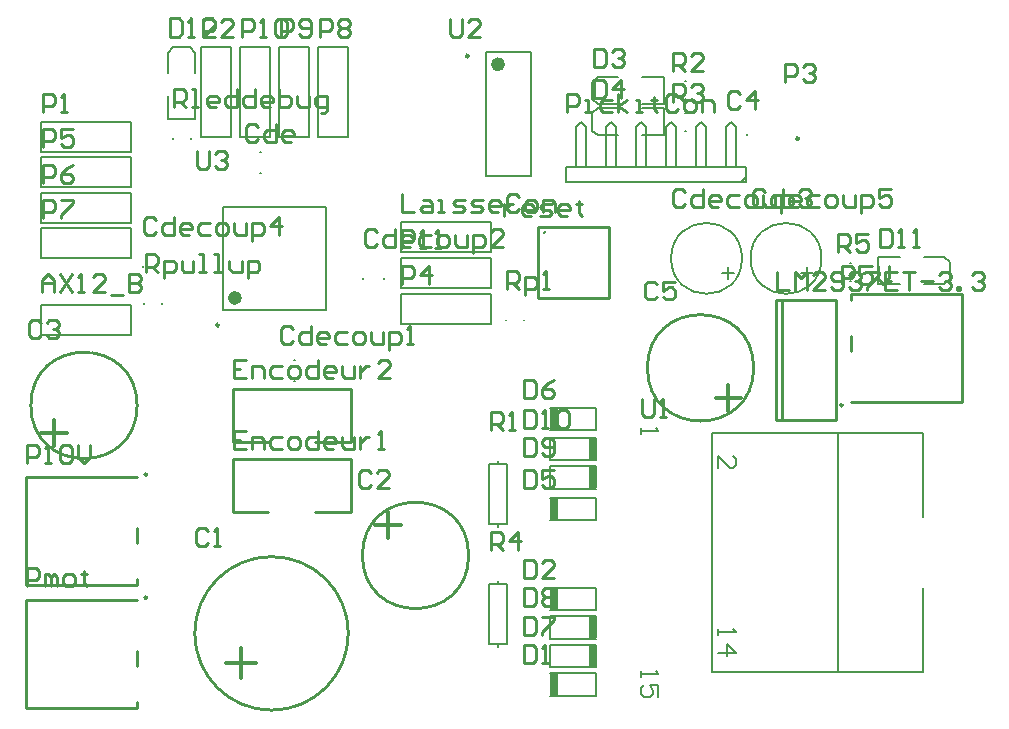
<source format=gto>
%FSLAX42Y42*%
%MOMM*%
G71*
G01*
G75*
G04 Layer_Color=65535*
%ADD10R,1.55X0.90*%
%ADD11R,0.90X1.55*%
%ADD12R,1.50X1.50*%
%ADD13O,2.40X0.35*%
%ADD14R,1.70X1.00*%
%ADD15R,2.35X0.50*%
%ADD16R,2.50X2.35*%
%ADD17R,1.50X1.50*%
%ADD18R,2.10X1.40*%
%ADD19O,1.75X0.55*%
%ADD20O,0.55X1.75*%
%ADD21R,1.00X1.70*%
%ADD22C,0.30*%
%ADD23C,1.30*%
%ADD24C,1.50*%
%ADD25C,1.57*%
%ADD26R,1.57X1.57*%
%ADD27R,1.30X1.30*%
%ADD28C,1.30*%
%ADD29C,2.50*%
%ADD30R,2.50X2.50*%
%ADD31R,1.57X1.57*%
%ADD32C,6.90*%
%ADD33C,1.40*%
%ADD34R,2.50X1.80*%
%ADD35O,2.50X1.80*%
%ADD36C,1.27*%
%ADD37C,0.15*%
%ADD38C,0.25*%
%ADD39C,0.60*%
%ADD40C,0.25*%
%ADD41C,0.20*%
%ADD42C,0.30*%
%ADD43R,0.80X1.90*%
D37*
X18245Y11811D02*
G03*
X18245Y11811I-300J0D01*
G01*
X17572D02*
G03*
X17572Y11811I-300J0D01*
G01*
X12662Y11427D02*
Y11435D01*
X12510Y11427D02*
Y11435D01*
X18488Y11621D02*
X18496D01*
X18488Y11773D02*
X18496D01*
X17091Y12890D02*
X17099D01*
X17091Y13043D02*
X17099D01*
X12903Y12824D02*
Y12832D01*
X12751Y12824D02*
Y12832D01*
X18123Y11633D02*
Y11735D01*
X18072Y11684D02*
X18174D01*
X17091Y13157D02*
X17099D01*
X17091Y13310D02*
X17099D01*
X17450Y11633D02*
Y11735D01*
X17399Y11684D02*
X17501D01*
X15570Y11286D02*
Y11293D01*
X15723Y11286D02*
Y11293D01*
X17368Y10034D02*
Y10134D01*
X17468Y10034D01*
X17493D01*
X17518Y10059D01*
Y10109D01*
X17493Y10134D01*
X17368Y8672D02*
Y8622D01*
Y8647D01*
X17518D01*
X17493Y8672D01*
X17368Y8472D02*
X17518D01*
X17443Y8547D01*
Y8447D01*
X16715Y8320D02*
Y8270D01*
Y8295D01*
X16865D01*
X16840Y8320D01*
X16865Y8095D02*
Y8195D01*
X16790D01*
X16815Y8145D01*
Y8120D01*
X16790Y8095D01*
X16740D01*
X16715Y8120D01*
Y8170D01*
X16740Y8195D01*
X16715Y10373D02*
Y10323D01*
Y10348D01*
X16865D01*
X16840Y10373D01*
D38*
X15258Y13525D02*
G03*
X15258Y13525I-12J0D01*
G01*
X18054Y12826D02*
G03*
X18054Y12826I-12J0D01*
G01*
X13144Y11246D02*
G03*
X13144Y11246I-12J0D01*
G01*
D39*
X15536Y13455D02*
G03*
X15536Y13455I-30J0D01*
G01*
X13309Y11476D02*
G03*
X13309Y11476I-30J0D01*
G01*
D40*
X15901Y12032D02*
G03*
X15901Y12032I-5J0D01*
G01*
X12534Y8938D02*
G03*
X12534Y8938I-10J0D01*
G01*
X14239Y8636D02*
G03*
X14239Y8636I-650J0D01*
G01*
X18423Y10569D02*
G03*
X18423Y10569I-10J0D01*
G01*
X15258Y9296D02*
G03*
X15258Y9296I-450J0D01*
G01*
X12534Y9980D02*
G03*
X12534Y9980I-10J0D01*
G01*
X12451Y10566D02*
G03*
X12451Y10566I-450J0D01*
G01*
X17671Y10884D02*
G03*
X17671Y10884I-450J0D01*
G01*
X15846Y12076D02*
X16446D01*
Y11476D02*
Y12076D01*
X15846Y11476D02*
X16446D01*
X15846D02*
Y12076D01*
X13259Y10110D02*
X14259D01*
X13259Y9660D02*
X13559D01*
X13259D02*
Y10110D01*
X14259Y9660D02*
Y10110D01*
X13959Y9660D02*
X14259D01*
X13259Y10707D02*
X14259D01*
X13259Y10257D02*
X13559D01*
X13259D02*
Y10707D01*
X14259Y10257D02*
Y10707D01*
X13959Y10257D02*
X14259D01*
X12446Y8357D02*
Y8484D01*
X11506Y8915D02*
X12446D01*
X11506Y8001D02*
Y8915D01*
Y8001D02*
X12446D01*
Y8052D01*
X18491Y11024D02*
Y11151D01*
Y10592D02*
X19431D01*
Y11506D01*
X18491D02*
X19431D01*
X18491Y11455D02*
Y11506D01*
X12446Y9398D02*
Y9525D01*
X11506Y9957D02*
X12446D01*
X11506Y9042D02*
Y9957D01*
Y9042D02*
X12446D01*
Y9093D01*
X17910Y10439D02*
Y11455D01*
X18364Y10439D02*
Y11455D01*
X17856Y10439D02*
Y11455D01*
X18364D01*
X17856Y10439D02*
X18364D01*
X16988Y13132D02*
Y13284D01*
X17064D01*
X17089Y13259D01*
Y13208D01*
X17064Y13183D01*
X16988D01*
X17038D02*
X17089Y13132D01*
X17140Y13259D02*
X17165Y13284D01*
X17216D01*
X17241Y13259D01*
Y13233D01*
X17216Y13208D01*
X17191D01*
X17216D01*
X17241Y13183D01*
Y13157D01*
X17216Y13132D01*
X17165D01*
X17140Y13157D01*
X12764Y13089D02*
Y13241D01*
X12840D01*
X12865Y13216D01*
Y13165D01*
X12840Y13139D01*
X12764D01*
X12814D02*
X12865Y13089D01*
X12916D02*
X12967D01*
X12941D01*
Y13241D01*
X12916D01*
X13119Y13089D02*
X13068D01*
X13043Y13114D01*
Y13165D01*
X13068Y13190D01*
X13119D01*
X13144Y13165D01*
Y13139D01*
X13043D01*
X13297Y13241D02*
Y13089D01*
X13221D01*
X13195Y13114D01*
Y13165D01*
X13221Y13190D01*
X13297D01*
X13449Y13241D02*
Y13089D01*
X13373D01*
X13348Y13114D01*
Y13165D01*
X13373Y13190D01*
X13449D01*
X13576Y13089D02*
X13525D01*
X13500Y13114D01*
Y13165D01*
X13525Y13190D01*
X13576D01*
X13601Y13165D01*
Y13139D01*
X13500D01*
X13652Y13241D02*
Y13089D01*
X13728D01*
X13754Y13114D01*
Y13139D01*
Y13165D01*
X13728Y13190D01*
X13652D01*
X13805D02*
Y13114D01*
X13830Y13089D01*
X13906D01*
Y13190D01*
X14008Y13038D02*
X14033D01*
X14058Y13063D01*
Y13190D01*
X13982D01*
X13957Y13165D01*
Y13114D01*
X13982Y13089D01*
X14058D01*
X12959Y12720D02*
Y12593D01*
X12984Y12568D01*
X13035D01*
X13061Y12593D01*
Y12720D01*
X13111Y12695D02*
X13137Y12720D01*
X13188D01*
X13213Y12695D01*
Y12669D01*
X13188Y12644D01*
X13162D01*
X13188D01*
X13213Y12619D01*
Y12593D01*
X13188Y12568D01*
X13137D01*
X13111Y12593D01*
X15096Y13839D02*
Y13712D01*
X15122Y13687D01*
X15173D01*
X15198Y13712D01*
Y13839D01*
X15350Y13687D02*
X15249D01*
X15350Y13788D01*
Y13814D01*
X15325Y13839D01*
X15274D01*
X15249Y13814D01*
X16726Y10617D02*
Y10490D01*
X16751Y10465D01*
X16802D01*
X16827Y10490D01*
Y10617D01*
X16878Y10465D02*
X16929D01*
X16904D01*
Y10617D01*
X16878Y10592D01*
X12522Y11692D02*
Y11844D01*
X12598D01*
X12624Y11819D01*
Y11768D01*
X12598Y11742D01*
X12522D01*
X12573D02*
X12624Y11692D01*
X12675Y11641D02*
Y11793D01*
X12751D01*
X12776Y11768D01*
Y11717D01*
X12751Y11692D01*
X12675D01*
X12827Y11793D02*
Y11717D01*
X12852Y11692D01*
X12928D01*
Y11793D01*
X12979Y11692D02*
X13030D01*
X13005D01*
Y11844D01*
X12979D01*
X13106Y11692D02*
X13157D01*
X13132D01*
Y11844D01*
X13106D01*
X13233Y11793D02*
Y11717D01*
X13259Y11692D01*
X13335D01*
Y11793D01*
X13386Y11641D02*
Y11793D01*
X13462D01*
X13487Y11768D01*
Y11717D01*
X13462Y11692D01*
X13386D01*
X15583Y11549D02*
Y11702D01*
X15659D01*
X15684Y11676D01*
Y11626D01*
X15659Y11600D01*
X15583D01*
X15634D02*
X15684Y11549D01*
X15735Y11499D02*
Y11651D01*
X15811D01*
X15837Y11626D01*
Y11575D01*
X15811Y11549D01*
X15735D01*
X15888D02*
X15938D01*
X15913D01*
Y11702D01*
X15888Y11676D01*
X15557Y12268D02*
Y12167D01*
Y12217D01*
X15583Y12243D01*
X15608Y12268D01*
X15634D01*
X15786Y12167D02*
X15735D01*
X15710Y12192D01*
Y12243D01*
X15735Y12268D01*
X15786D01*
X15811Y12243D01*
Y12217D01*
X15710D01*
X15862Y12167D02*
X15938D01*
X15964Y12192D01*
X15938Y12217D01*
X15888D01*
X15862Y12243D01*
X15888Y12268D01*
X15964D01*
X16091Y12167D02*
X16040D01*
X16015Y12192D01*
Y12243D01*
X16040Y12268D01*
X16091D01*
X16116Y12243D01*
Y12217D01*
X16015D01*
X16192Y12294D02*
Y12268D01*
X16167D01*
X16218D01*
X16192D01*
Y12192D01*
X16218Y12167D01*
X18385Y11862D02*
Y12014D01*
X18461D01*
X18486Y11989D01*
Y11938D01*
X18461Y11913D01*
X18385D01*
X18435D02*
X18486Y11862D01*
X18638Y12014D02*
X18537D01*
Y11938D01*
X18588Y11963D01*
X18613D01*
X18638Y11938D01*
Y11887D01*
X18613Y11862D01*
X18562D01*
X18537Y11887D01*
X15447Y9338D02*
Y9491D01*
X15523D01*
X15549Y9465D01*
Y9414D01*
X15523Y9389D01*
X15447D01*
X15498D02*
X15549Y9338D01*
X15676D02*
Y9491D01*
X15599Y9414D01*
X15701D01*
X16988Y13399D02*
Y13551D01*
X17064D01*
X17089Y13525D01*
Y13475D01*
X17064Y13449D01*
X16988D01*
X17038D02*
X17089Y13399D01*
X17241D02*
X17140D01*
X17241Y13500D01*
Y13525D01*
X17216Y13551D01*
X17165D01*
X17140Y13525D01*
X15446Y10356D02*
Y10508D01*
X15522D01*
X15547Y10483D01*
Y10432D01*
X15522Y10406D01*
X15446D01*
X15497D02*
X15547Y10356D01*
X15598D02*
X15649D01*
X15623D01*
Y10508D01*
X15598Y10483D01*
X11519Y9037D02*
Y9190D01*
X11595D01*
X11620Y9164D01*
Y9113D01*
X11595Y9088D01*
X11519D01*
X11671Y9037D02*
Y9139D01*
X11697D01*
X11722Y9113D01*
Y9037D01*
Y9113D01*
X11747Y9139D01*
X11773Y9113D01*
Y9037D01*
X11849D02*
X11900D01*
X11925Y9063D01*
Y9113D01*
X11900Y9139D01*
X11849D01*
X11824Y9113D01*
Y9063D01*
X11849Y9037D01*
X12001Y9164D02*
Y9139D01*
X11976D01*
X12027D01*
X12001D01*
Y9063D01*
X12027Y9037D01*
X16093Y13053D02*
Y13205D01*
X16170D01*
X16195Y13180D01*
Y13129D01*
X16170Y13104D01*
X16093D01*
X16246Y13053D02*
X16297D01*
X16271D01*
Y13155D01*
X16246D01*
X16474D02*
X16398D01*
X16373Y13129D01*
Y13078D01*
X16398Y13053D01*
X16474D01*
X16525D02*
Y13205D01*
Y13104D02*
X16601Y13155D01*
X16525Y13104D02*
X16601Y13053D01*
X16677D02*
X16728D01*
X16703D01*
Y13155D01*
X16677D01*
X16830Y13180D02*
Y13155D01*
X16804D01*
X16855D01*
X16830D01*
Y13078D01*
X16855Y13053D01*
X17033Y13180D02*
X17008Y13205D01*
X16957D01*
X16931Y13180D01*
Y13078D01*
X16957Y13053D01*
X17008D01*
X17033Y13078D01*
X17109Y13053D02*
X17160D01*
X17185Y13078D01*
Y13129D01*
X17160Y13155D01*
X17109D01*
X17084Y13129D01*
Y13078D01*
X17109Y13053D01*
X17236D02*
Y13155D01*
X17312D01*
X17338Y13129D01*
Y13053D01*
X14696Y11897D02*
Y12050D01*
X14773D01*
X14798Y12024D01*
Y11974D01*
X14773Y11948D01*
X14696D01*
X14849Y11897D02*
X14900D01*
X14874D01*
Y12050D01*
X14849Y12024D01*
X14976Y11897D02*
X15027D01*
X15001D01*
Y12050D01*
X14976Y12024D01*
X11519Y10079D02*
Y10231D01*
X11595D01*
X11620Y10206D01*
Y10155D01*
X11595Y10130D01*
X11519D01*
X11671Y10079D02*
X11722D01*
X11697D01*
Y10231D01*
X11671Y10206D01*
X11798D02*
X11824Y10231D01*
X11874D01*
X11900Y10206D01*
Y10104D01*
X11874Y10079D01*
X11824D01*
X11798Y10104D01*
Y10206D01*
X11951Y10231D02*
Y10130D01*
X12001Y10079D01*
X12052Y10130D01*
Y10231D01*
X13339Y13687D02*
Y13839D01*
X13415D01*
X13440Y13814D01*
Y13763D01*
X13415Y13738D01*
X13339D01*
X13491Y13687D02*
X13542D01*
X13517D01*
Y13839D01*
X13491Y13814D01*
X13618D02*
X13644Y13839D01*
X13694D01*
X13720Y13814D01*
Y13712D01*
X13694Y13687D01*
X13644D01*
X13618Y13712D01*
Y13814D01*
X13669Y13687D02*
Y13839D01*
X13745D01*
X13771Y13814D01*
Y13763D01*
X13745Y13738D01*
X13669D01*
X13821Y13712D02*
X13847Y13687D01*
X13898D01*
X13923Y13712D01*
Y13814D01*
X13898Y13839D01*
X13847D01*
X13821Y13814D01*
Y13788D01*
X13847Y13763D01*
X13923D01*
X13999Y13687D02*
Y13839D01*
X14075D01*
X14101Y13814D01*
Y13763D01*
X14075Y13738D01*
X13999D01*
X14152Y13814D02*
X14177Y13839D01*
X14228D01*
X14253Y13814D01*
Y13788D01*
X14228Y13763D01*
X14253Y13738D01*
Y13712D01*
X14228Y13687D01*
X14177D01*
X14152Y13712D01*
Y13738D01*
X14177Y13763D01*
X14152Y13788D01*
Y13814D01*
X14177Y13763D02*
X14228D01*
X11651Y12151D02*
Y12304D01*
X11727D01*
X11753Y12278D01*
Y12228D01*
X11727Y12202D01*
X11651D01*
X11803Y12304D02*
X11905D01*
Y12278D01*
X11803Y12177D01*
Y12151D01*
X11651Y12452D02*
Y12604D01*
X11727D01*
X11753Y12579D01*
Y12528D01*
X11727Y12503D01*
X11651D01*
X11905Y12604D02*
X11854Y12579D01*
X11803Y12528D01*
Y12477D01*
X11829Y12452D01*
X11880D01*
X11905Y12477D01*
Y12503D01*
X11880Y12528D01*
X11803D01*
X18415Y11595D02*
Y11747D01*
X18491D01*
X18517Y11722D01*
Y11671D01*
X18491Y11646D01*
X18415D01*
X18669Y11747D02*
X18567D01*
Y11671D01*
X18618Y11697D01*
X18644D01*
X18669Y11671D01*
Y11620D01*
X18644Y11595D01*
X18593D01*
X18567Y11620D01*
X18720Y11747D02*
Y11646D01*
X18770Y11595D01*
X18821Y11646D01*
Y11747D01*
X11651Y12752D02*
Y12905D01*
X11727D01*
X11753Y12879D01*
Y12829D01*
X11727Y12803D01*
X11651D01*
X11905Y12905D02*
X11803D01*
Y12829D01*
X11854Y12854D01*
X11880D01*
X11905Y12829D01*
Y12778D01*
X11880Y12752D01*
X11829D01*
X11803Y12778D01*
X14696Y11593D02*
Y11745D01*
X14773D01*
X14798Y11720D01*
Y11669D01*
X14773Y11643D01*
X14696D01*
X14925Y11593D02*
Y11745D01*
X14849Y11669D01*
X14950D01*
X17940Y13307D02*
Y13459D01*
X18016D01*
X18042Y13434D01*
Y13383D01*
X18016Y13358D01*
X17940D01*
X18092Y13434D02*
X18118Y13459D01*
X18169D01*
X18194Y13434D01*
Y13409D01*
X18169Y13383D01*
X18143D01*
X18169D01*
X18194Y13358D01*
Y13332D01*
X18169Y13307D01*
X18118D01*
X18092Y13332D01*
X13009Y13687D02*
Y13839D01*
X13085D01*
X13110Y13814D01*
Y13763D01*
X13085Y13738D01*
X13009D01*
X13263Y13687D02*
X13161D01*
X13263Y13788D01*
Y13814D01*
X13237Y13839D01*
X13186D01*
X13161Y13814D01*
X11651Y13053D02*
Y13205D01*
X11727D01*
X11753Y13180D01*
Y13129D01*
X11727Y13104D01*
X11651D01*
X11803Y13053D02*
X11854D01*
X11829D01*
Y13205D01*
X11803Y13180D01*
X14696Y12355D02*
Y12202D01*
X14798D01*
X14874Y12304D02*
X14925D01*
X14950Y12278D01*
Y12202D01*
X14874D01*
X14849Y12228D01*
X14874Y12253D01*
X14950D01*
X15001Y12202D02*
X15052D01*
X15027D01*
Y12304D01*
X15001D01*
X15128Y12202D02*
X15204D01*
X15230Y12228D01*
X15204Y12253D01*
X15153D01*
X15128Y12278D01*
X15153Y12304D01*
X15230D01*
X15280Y12202D02*
X15357D01*
X15382Y12228D01*
X15357Y12253D01*
X15306D01*
X15280Y12278D01*
X15306Y12304D01*
X15382D01*
X15509Y12202D02*
X15458D01*
X15433Y12228D01*
Y12278D01*
X15458Y12304D01*
X15509D01*
X15534Y12278D01*
Y12253D01*
X15433D01*
X15687Y12329D02*
X15661Y12355D01*
X15611D01*
X15585Y12329D01*
Y12228D01*
X15611Y12202D01*
X15661D01*
X15687Y12228D01*
X15763Y12202D02*
X15814D01*
X15839Y12228D01*
Y12278D01*
X15814Y12304D01*
X15763D01*
X15738Y12278D01*
Y12228D01*
X15763Y12202D01*
X15890D02*
Y12304D01*
X15966D01*
X15991Y12278D01*
Y12202D01*
X13373Y10947D02*
X13271D01*
Y10795D01*
X13373D01*
X13271Y10871D02*
X13322D01*
X13424Y10795D02*
Y10897D01*
X13500D01*
X13525Y10871D01*
Y10795D01*
X13678Y10897D02*
X13602D01*
X13576Y10871D01*
Y10820D01*
X13602Y10795D01*
X13678D01*
X13754D02*
X13805D01*
X13830Y10820D01*
Y10871D01*
X13805Y10897D01*
X13754D01*
X13729Y10871D01*
Y10820D01*
X13754Y10795D01*
X13982Y10947D02*
Y10795D01*
X13906D01*
X13881Y10820D01*
Y10871D01*
X13906Y10897D01*
X13982D01*
X14109Y10795D02*
X14059D01*
X14033Y10820D01*
Y10871D01*
X14059Y10897D01*
X14109D01*
X14135Y10871D01*
Y10846D01*
X14033D01*
X14186Y10897D02*
Y10820D01*
X14211Y10795D01*
X14287D01*
Y10897D01*
X14338D02*
Y10795D01*
Y10846D01*
X14363Y10871D01*
X14389Y10897D01*
X14414D01*
X14592Y10795D02*
X14490D01*
X14592Y10897D01*
Y10922D01*
X14566Y10947D01*
X14516D01*
X14490Y10922D01*
X13373Y10350D02*
X13271D01*
Y10198D01*
X13373D01*
X13271Y10274D02*
X13322D01*
X13424Y10198D02*
Y10300D01*
X13500D01*
X13525Y10274D01*
Y10198D01*
X13678Y10300D02*
X13602D01*
X13576Y10274D01*
Y10223D01*
X13602Y10198D01*
X13678D01*
X13754D02*
X13805D01*
X13830Y10223D01*
Y10274D01*
X13805Y10300D01*
X13754D01*
X13729Y10274D01*
Y10223D01*
X13754Y10198D01*
X13982Y10350D02*
Y10198D01*
X13906D01*
X13881Y10223D01*
Y10274D01*
X13906Y10300D01*
X13982D01*
X14109Y10198D02*
X14059D01*
X14033Y10223D01*
Y10274D01*
X14059Y10300D01*
X14109D01*
X14135Y10274D01*
Y10249D01*
X14033D01*
X14186Y10300D02*
Y10223D01*
X14211Y10198D01*
X14287D01*
Y10300D01*
X14338D02*
Y10198D01*
Y10249D01*
X14363Y10274D01*
X14389Y10300D01*
X14414D01*
X14490Y10198D02*
X14541D01*
X14516D01*
Y10350D01*
X14490Y10325D01*
X12727Y13842D02*
Y13689D01*
X12803D01*
X12828Y13715D01*
Y13816D01*
X12803Y13842D01*
X12727D01*
X12879Y13689D02*
X12930D01*
X12904D01*
Y13842D01*
X12879Y13816D01*
X13108Y13689D02*
X13006D01*
X13108Y13791D01*
Y13816D01*
X13082Y13842D01*
X13031D01*
X13006Y13816D01*
X18738Y12062D02*
Y11910D01*
X18814D01*
X18839Y11935D01*
Y12037D01*
X18814Y12062D01*
X18738D01*
X18890Y11910D02*
X18941D01*
X18915D01*
Y12062D01*
X18890Y12037D01*
X19017Y11910D02*
X19068D01*
X19042D01*
Y12062D01*
X19017Y12037D01*
X15728Y10531D02*
Y10378D01*
X15804D01*
X15829Y10404D01*
Y10505D01*
X15804Y10531D01*
X15728D01*
X15880Y10378D02*
X15931D01*
X15905D01*
Y10531D01*
X15880Y10505D01*
X16007D02*
X16032Y10531D01*
X16083D01*
X16109Y10505D01*
Y10404D01*
X16083Y10378D01*
X16032D01*
X16007Y10404D01*
Y10505D01*
X15728Y10289D02*
Y10137D01*
X15804D01*
X15829Y10163D01*
Y10264D01*
X15804Y10289D01*
X15728D01*
X15880Y10163D02*
X15905Y10137D01*
X15956D01*
X15982Y10163D01*
Y10264D01*
X15956Y10289D01*
X15905D01*
X15880Y10264D01*
Y10239D01*
X15905Y10213D01*
X15982D01*
X15728Y9019D02*
Y8867D01*
X15804D01*
X15829Y8893D01*
Y8994D01*
X15804Y9019D01*
X15728D01*
X15880Y8994D02*
X15905Y9019D01*
X15956D01*
X15982Y8994D01*
Y8969D01*
X15956Y8943D01*
X15982Y8918D01*
Y8893D01*
X15956Y8867D01*
X15905D01*
X15880Y8893D01*
Y8918D01*
X15905Y8943D01*
X15880Y8969D01*
Y8994D01*
X15905Y8943D02*
X15956D01*
X15728Y8778D02*
Y8626D01*
X15804D01*
X15829Y8651D01*
Y8753D01*
X15804Y8778D01*
X15728D01*
X15880D02*
X15982D01*
Y8753D01*
X15880Y8651D01*
Y8626D01*
X15728Y10785D02*
Y10632D01*
X15804D01*
X15829Y10658D01*
Y10759D01*
X15804Y10785D01*
X15728D01*
X15982D02*
X15931Y10759D01*
X15880Y10709D01*
Y10658D01*
X15905Y10632D01*
X15956D01*
X15982Y10658D01*
Y10683D01*
X15956Y10709D01*
X15880D01*
X15728Y10023D02*
Y9870D01*
X15804D01*
X15829Y9896D01*
Y9997D01*
X15804Y10023D01*
X15728D01*
X15982D02*
X15880D01*
Y9947D01*
X15931Y9972D01*
X15956D01*
X15982Y9947D01*
Y9896D01*
X15956Y9870D01*
X15905D01*
X15880Y9896D01*
X16320Y13320D02*
Y13167D01*
X16396D01*
X16421Y13193D01*
Y13294D01*
X16396Y13320D01*
X16320D01*
X16548Y13167D02*
Y13320D01*
X16472Y13244D01*
X16573D01*
X16320Y13586D02*
Y13434D01*
X16396D01*
X16421Y13459D01*
Y13561D01*
X16396Y13586D01*
X16320D01*
X16472Y13561D02*
X16497Y13586D01*
X16548D01*
X16573Y13561D01*
Y13536D01*
X16548Y13510D01*
X16523D01*
X16548D01*
X16573Y13485D01*
Y13459D01*
X16548Y13434D01*
X16497D01*
X16472Y13459D01*
X15728Y9261D02*
Y9108D01*
X15804D01*
X15829Y9134D01*
Y9235D01*
X15804Y9261D01*
X15728D01*
X15982Y9108D02*
X15880D01*
X15982Y9210D01*
Y9235D01*
X15956Y9261D01*
X15905D01*
X15880Y9235D01*
X15728Y8537D02*
Y8385D01*
X15804D01*
X15829Y8410D01*
Y8511D01*
X15804Y8537D01*
X15728D01*
X15880Y8385D02*
X15931D01*
X15905D01*
Y8537D01*
X15880Y8511D01*
X13477Y12926D02*
X13452Y12951D01*
X13401D01*
X13376Y12926D01*
Y12824D01*
X13401Y12799D01*
X13452D01*
X13477Y12824D01*
X13630Y12951D02*
Y12799D01*
X13553D01*
X13528Y12824D01*
Y12875D01*
X13553Y12901D01*
X13630D01*
X13757Y12799D02*
X13706D01*
X13680Y12824D01*
Y12875D01*
X13706Y12901D01*
X13757D01*
X13782Y12875D01*
Y12850D01*
X13680D01*
X17765Y12372D02*
X17739Y12398D01*
X17689D01*
X17663Y12372D01*
Y12271D01*
X17689Y12245D01*
X17739D01*
X17765Y12271D01*
X17917Y12398D02*
Y12245D01*
X17841D01*
X17816Y12271D01*
Y12322D01*
X17841Y12347D01*
X17917D01*
X18044Y12245D02*
X17993D01*
X17968Y12271D01*
Y12322D01*
X17993Y12347D01*
X18044D01*
X18069Y12322D01*
Y12296D01*
X17968D01*
X18222Y12347D02*
X18146D01*
X18120Y12322D01*
Y12271D01*
X18146Y12245D01*
X18222D01*
X18298D02*
X18349D01*
X18374Y12271D01*
Y12322D01*
X18349Y12347D01*
X18298D01*
X18273Y12322D01*
Y12271D01*
X18298Y12245D01*
X18425Y12347D02*
Y12271D01*
X18450Y12245D01*
X18526D01*
Y12347D01*
X18577Y12195D02*
Y12347D01*
X18653D01*
X18679Y12322D01*
Y12271D01*
X18653Y12245D01*
X18577D01*
X18831Y12398D02*
X18730D01*
Y12322D01*
X18780Y12347D01*
X18806D01*
X18831Y12322D01*
Y12271D01*
X18806Y12245D01*
X18755D01*
X18730Y12271D01*
X12614Y12139D02*
X12588Y12164D01*
X12537D01*
X12512Y12139D01*
Y12037D01*
X12537Y12012D01*
X12588D01*
X12614Y12037D01*
X12766Y12164D02*
Y12012D01*
X12690D01*
X12664Y12037D01*
Y12088D01*
X12690Y12113D01*
X12766D01*
X12893Y12012D02*
X12842D01*
X12817Y12037D01*
Y12088D01*
X12842Y12113D01*
X12893D01*
X12918Y12088D01*
Y12062D01*
X12817D01*
X13071Y12113D02*
X12994D01*
X12969Y12088D01*
Y12037D01*
X12994Y12012D01*
X13071D01*
X13147D02*
X13198D01*
X13223Y12037D01*
Y12088D01*
X13198Y12113D01*
X13147D01*
X13121Y12088D01*
Y12037D01*
X13147Y12012D01*
X13274Y12113D02*
Y12037D01*
X13299Y12012D01*
X13375D01*
Y12113D01*
X13426Y11961D02*
Y12113D01*
X13502D01*
X13528Y12088D01*
Y12037D01*
X13502Y12012D01*
X13426D01*
X13655D02*
Y12164D01*
X13578Y12088D01*
X13680D01*
X17092Y12372D02*
X17066Y12398D01*
X17015D01*
X16990Y12372D01*
Y12271D01*
X17015Y12245D01*
X17066D01*
X17092Y12271D01*
X17244Y12398D02*
Y12245D01*
X17168D01*
X17142Y12271D01*
Y12322D01*
X17168Y12347D01*
X17244D01*
X17371Y12245D02*
X17320D01*
X17295Y12271D01*
Y12322D01*
X17320Y12347D01*
X17371D01*
X17396Y12322D01*
Y12296D01*
X17295D01*
X17549Y12347D02*
X17473D01*
X17447Y12322D01*
Y12271D01*
X17473Y12245D01*
X17549D01*
X17625D02*
X17676D01*
X17701Y12271D01*
Y12322D01*
X17676Y12347D01*
X17625D01*
X17599Y12322D01*
Y12271D01*
X17625Y12245D01*
X17752Y12347D02*
Y12271D01*
X17777Y12245D01*
X17853D01*
Y12347D01*
X17904Y12195D02*
Y12347D01*
X17980D01*
X18006Y12322D01*
Y12271D01*
X17980Y12245D01*
X17904D01*
X18057Y12372D02*
X18082Y12398D01*
X18133D01*
X18158Y12372D01*
Y12347D01*
X18133Y12322D01*
X18107D01*
X18133D01*
X18158Y12296D01*
Y12271D01*
X18133Y12245D01*
X18082D01*
X18057Y12271D01*
X14481Y12037D02*
X14455Y12062D01*
X14404D01*
X14379Y12037D01*
Y11935D01*
X14404Y11910D01*
X14455D01*
X14481Y11935D01*
X14633Y12062D02*
Y11910D01*
X14557D01*
X14531Y11935D01*
Y11986D01*
X14557Y12012D01*
X14633D01*
X14760Y11910D02*
X14709D01*
X14684Y11935D01*
Y11986D01*
X14709Y12012D01*
X14760D01*
X14785Y11986D01*
Y11961D01*
X14684D01*
X14938Y12012D02*
X14861D01*
X14836Y11986D01*
Y11935D01*
X14861Y11910D01*
X14938D01*
X15014D02*
X15065D01*
X15090Y11935D01*
Y11986D01*
X15065Y12012D01*
X15014D01*
X14988Y11986D01*
Y11935D01*
X15014Y11910D01*
X15141Y12012D02*
Y11935D01*
X15166Y11910D01*
X15242D01*
Y12012D01*
X15293Y11859D02*
Y12012D01*
X15369D01*
X15395Y11986D01*
Y11935D01*
X15369Y11910D01*
X15293D01*
X15547D02*
X15445D01*
X15547Y12012D01*
Y12037D01*
X15522Y12062D01*
X15471D01*
X15445Y12037D01*
X13769Y11212D02*
X13744Y11237D01*
X13693D01*
X13668Y11212D01*
Y11110D01*
X13693Y11085D01*
X13744D01*
X13769Y11110D01*
X13922Y11237D02*
Y11085D01*
X13845D01*
X13820Y11110D01*
Y11161D01*
X13845Y11186D01*
X13922D01*
X14049Y11085D02*
X13998D01*
X13972Y11110D01*
Y11161D01*
X13998Y11186D01*
X14049D01*
X14074Y11161D01*
Y11135D01*
X13972D01*
X14226Y11186D02*
X14150D01*
X14125Y11161D01*
Y11110D01*
X14150Y11085D01*
X14226D01*
X14303D02*
X14353D01*
X14379Y11110D01*
Y11161D01*
X14353Y11186D01*
X14303D01*
X14277Y11161D01*
Y11110D01*
X14303Y11085D01*
X14429Y11186D02*
Y11110D01*
X14455Y11085D01*
X14531D01*
Y11186D01*
X14582Y11034D02*
Y11186D01*
X14658D01*
X14683Y11161D01*
Y11110D01*
X14658Y11085D01*
X14582D01*
X14734D02*
X14785D01*
X14760D01*
Y11237D01*
X14734Y11212D01*
X16855Y11590D02*
X16830Y11615D01*
X16779D01*
X16754Y11590D01*
Y11488D01*
X16779Y11463D01*
X16830D01*
X16855Y11488D01*
X17008Y11615D02*
X16906D01*
Y11539D01*
X16957Y11565D01*
X16982D01*
X17008Y11539D01*
Y11488D01*
X16982Y11463D01*
X16932D01*
X16906Y11488D01*
X17554Y13205D02*
X17529Y13231D01*
X17478D01*
X17452Y13205D01*
Y13104D01*
X17478Y13078D01*
X17529D01*
X17554Y13104D01*
X17681Y13078D02*
Y13231D01*
X17605Y13155D01*
X17706D01*
X11633Y11262D02*
X11608Y11288D01*
X11557D01*
X11532Y11262D01*
Y11161D01*
X11557Y11135D01*
X11608D01*
X11633Y11161D01*
X11684Y11262D02*
X11709Y11288D01*
X11760D01*
X11786Y11262D01*
Y11237D01*
X11760Y11212D01*
X11735D01*
X11760D01*
X11786Y11186D01*
Y11161D01*
X11760Y11135D01*
X11709D01*
X11684Y11161D01*
X14427Y9995D02*
X14402Y10020D01*
X14351D01*
X14326Y9995D01*
Y9893D01*
X14351Y9868D01*
X14402D01*
X14427Y9893D01*
X14580Y9868D02*
X14478D01*
X14580Y9969D01*
Y9995D01*
X14554Y10020D01*
X14503D01*
X14478Y9995D01*
X13053Y9502D02*
X13028Y9527D01*
X12977D01*
X12951Y9502D01*
Y9401D01*
X12977Y9375D01*
X13028D01*
X13053Y9401D01*
X13104Y9375D02*
X13155D01*
X13129D01*
Y9527D01*
X13104Y9502D01*
X11648Y11529D02*
Y11631D01*
X11699Y11681D01*
X11750Y11631D01*
Y11529D01*
Y11605D01*
X11648D01*
X11801Y11681D02*
X11902Y11529D01*
Y11681D02*
X11801Y11529D01*
X11953D02*
X12004D01*
X11979D01*
Y11681D01*
X11953Y11656D01*
X12182Y11529D02*
X12080D01*
X12182Y11631D01*
Y11656D01*
X12156Y11681D01*
X12105D01*
X12080Y11656D01*
X12232Y11504D02*
X12334D01*
X12385Y11681D02*
Y11529D01*
X12461D01*
X12486Y11554D01*
Y11580D01*
X12461Y11605D01*
X12385D01*
X12461D01*
X12486Y11631D01*
Y11656D01*
X12461Y11681D01*
X12385D01*
X17869Y11697D02*
Y11544D01*
X17970D01*
X18021D02*
Y11697D01*
X18072Y11646D01*
X18123Y11697D01*
Y11544D01*
X18275D02*
X18174D01*
X18275Y11646D01*
Y11671D01*
X18250Y11697D01*
X18199D01*
X18174Y11671D01*
X18326Y11570D02*
X18351Y11544D01*
X18402D01*
X18428Y11570D01*
Y11671D01*
X18402Y11697D01*
X18351D01*
X18326Y11671D01*
Y11646D01*
X18351Y11620D01*
X18428D01*
X18478Y11671D02*
X18504Y11697D01*
X18554D01*
X18580Y11671D01*
Y11646D01*
X18554Y11620D01*
X18529D01*
X18554D01*
X18580Y11595D01*
Y11570D01*
X18554Y11544D01*
X18504D01*
X18478Y11570D01*
X18631Y11697D02*
X18732D01*
Y11671D01*
X18631Y11570D01*
Y11544D01*
X18885Y11697D02*
X18783D01*
Y11544D01*
X18885D01*
X18783Y11620D02*
X18834D01*
X18935Y11697D02*
X19037D01*
X18986D01*
Y11544D01*
X19088Y11620D02*
X19189D01*
X19240Y11671D02*
X19265Y11697D01*
X19316D01*
X19342Y11671D01*
Y11646D01*
X19316Y11620D01*
X19291D01*
X19316D01*
X19342Y11595D01*
Y11570D01*
X19316Y11544D01*
X19265D01*
X19240Y11570D01*
X19392Y11544D02*
Y11570D01*
X19418D01*
Y11544D01*
X19392D01*
X19519Y11671D02*
X19545Y11697D01*
X19596D01*
X19621Y11671D01*
Y11646D01*
X19596Y11620D01*
X19570D01*
X19596D01*
X19621Y11595D01*
Y11570D01*
X19596Y11544D01*
X19545D01*
X19519Y11570D01*
D41*
X19112Y11824D02*
X19282D01*
X19282Y11594D02*
X19332Y11634D01*
X19282Y11824D02*
X19332Y11784D01*
X19112Y11594D02*
X19282D01*
X19332Y11634D02*
Y11784D01*
X18722Y11594D02*
Y11824D01*
X18912D01*
X18722Y11594D02*
X18912D01*
X11636Y12967D02*
X12398D01*
X11636Y12713D02*
Y12967D01*
Y12713D02*
X12398D01*
Y12967D01*
X15406Y12505D02*
Y13555D01*
X15786Y12505D02*
Y13555D01*
X15406D02*
X15786D01*
X15406Y12505D02*
X15786D01*
X17615Y12856D02*
Y12861D01*
X17437Y12856D02*
Y12861D01*
X13246Y12840D02*
Y13602D01*
X12992D02*
X13246D01*
X12992Y12840D02*
Y13602D01*
Y12840D02*
X13246D01*
X16354Y13118D02*
X16524D01*
X16304Y13308D02*
X16354Y13348D01*
X16304Y13158D02*
X16354Y13118D01*
Y13348D02*
X16524D01*
X16304Y13158D02*
Y13308D01*
X16914Y13118D02*
Y13348D01*
X16724Y13118D02*
X16914D01*
X16724Y13348D02*
X16914D01*
X14681Y11252D02*
X15443D01*
Y11506D01*
X14681D02*
X15443D01*
X14681Y11252D02*
Y11506D01*
X16354Y12852D02*
X16524D01*
X16304Y13042D02*
X16354Y13082D01*
X16304Y12892D02*
X16354Y12852D01*
Y13082D02*
X16524D01*
X16304Y12892D02*
Y13042D01*
X16914Y12852D02*
Y13082D01*
X16724Y12852D02*
X16914D01*
X16724Y13082D02*
X16914D01*
X16078Y12459D02*
X17602D01*
X17560D02*
X17602Y12501D01*
X16163Y12586D02*
Y12924D01*
X16205Y12967D01*
X16248Y12924D01*
Y12586D02*
Y12924D01*
X16417Y12586D02*
Y12924D01*
X16459Y12967D01*
X16502Y12924D01*
Y12586D02*
Y12924D01*
X16671Y12586D02*
Y12924D01*
X16713Y12967D01*
X16756Y12924D01*
Y12586D02*
Y12924D01*
X16925Y12586D02*
Y12924D01*
X16967Y12967D01*
X17010Y12924D01*
Y12586D02*
Y12924D01*
X17179Y12586D02*
Y12924D01*
X17221Y12967D01*
X17264Y12924D01*
Y12586D02*
Y12924D01*
X17433Y12586D02*
Y12924D01*
X17475Y12967D01*
X17518Y12924D01*
Y12586D02*
Y12924D01*
X16078Y12459D02*
Y12586D01*
X17602D01*
Y12459D02*
Y12586D01*
X11636Y12666D02*
X12398D01*
X11636Y12412D02*
Y12666D01*
Y12412D02*
X12398D01*
Y12666D01*
X11636Y12366D02*
X12398D01*
X11636Y12112D02*
Y12366D01*
Y12112D02*
X12398D01*
Y12366D01*
X14681Y11862D02*
X15443D01*
Y12116D01*
X14681D02*
X15443D01*
X14681Y11862D02*
Y12116D01*
X11633Y11163D02*
X12395D01*
Y11417D01*
X11633D02*
X12395D01*
X11633Y11163D02*
Y11417D01*
X12712Y13384D02*
Y13554D01*
X12902Y13604D02*
X12942Y13554D01*
X12712D02*
X12752Y13604D01*
X12942Y13384D02*
Y13554D01*
X12752Y13604D02*
X12902D01*
X12712Y12994D02*
X12942D01*
X12712D02*
Y13184D01*
X12942Y12994D02*
Y13184D01*
X11636Y12065D02*
X12398D01*
X11636Y11811D02*
Y12065D01*
Y11811D02*
X12398D01*
Y12065D01*
X14049Y11376D02*
Y12246D01*
X13179Y11376D02*
Y12246D01*
X14049D01*
X13179Y11376D02*
X14049D01*
X13783Y10947D02*
X13788D01*
X13783Y10770D02*
X13788D01*
X12675Y11739D02*
Y11744D01*
X12497Y11739D02*
Y11744D01*
X13491Y12713D02*
X13496D01*
X13491Y12535D02*
X13496D01*
X14364Y11637D02*
Y11642D01*
X14541Y11637D02*
Y11642D01*
X14681Y11557D02*
X15443D01*
Y11811D01*
X14681D02*
X15443D01*
X14681Y11557D02*
Y11811D01*
X13576Y12840D02*
Y13602D01*
X13322D02*
X13576D01*
X13322Y12840D02*
Y13602D01*
Y12840D02*
X13576D01*
X13907D02*
Y13602D01*
X13652D02*
X13907D01*
X13652Y12840D02*
Y13602D01*
Y12840D02*
X13907D01*
X14237D02*
Y13602D01*
X13983D02*
X14237D01*
X13983Y12840D02*
Y13602D01*
Y12840D02*
X14237D01*
X16337Y10357D02*
Y10547D01*
X15947Y10357D02*
X16337D01*
X15947Y10547D02*
X16337D01*
Y9595D02*
Y9785D01*
X15947Y9595D02*
X16337D01*
X15947Y9785D02*
X16337D01*
Y8833D02*
Y9023D01*
X15947Y8833D02*
X16337D01*
X15947Y9023D02*
X16337D01*
Y8109D02*
Y8299D01*
X15947Y8109D02*
X16337D01*
X15947Y8299D02*
X16337D01*
X18381Y8312D02*
Y10332D01*
X17321Y8312D02*
Y10332D01*
Y8312D02*
X19101D01*
X17321Y10332D02*
X19101D01*
Y9622D02*
Y10332D01*
Y8312D02*
Y9022D01*
X15430Y9055D02*
X15507D01*
X15430Y8547D02*
Y9055D01*
Y8547D02*
X15583D01*
Y9055D01*
X15507D02*
X15583D01*
X15507Y8524D02*
Y8547D01*
Y9055D02*
Y9078D01*
Y9563D02*
X15583D01*
Y10071D01*
X15430D02*
X15583D01*
X15430Y9563D02*
Y10071D01*
Y9563D02*
X15507D01*
Y10071D02*
Y10094D01*
Y9540D02*
Y9563D01*
X15947Y10103D02*
Y10293D01*
X16337D01*
X15947Y10103D02*
X16337D01*
X15947Y9862D02*
Y10052D01*
X16337D01*
X15947Y9862D02*
X16337D01*
X15947Y8592D02*
Y8782D01*
X16337D01*
X15947Y8592D02*
X16337D01*
X15947Y8350D02*
Y8540D01*
X16337D01*
X15947Y8350D02*
X16337D01*
D42*
X13205Y8382D02*
X13459D01*
X13332Y8255D02*
Y8509D01*
X14572Y9441D02*
Y9662D01*
X14463Y9553D02*
X14681D01*
X11636Y10330D02*
X11857D01*
X11745Y10221D02*
Y10439D01*
X17457Y10518D02*
Y10739D01*
X17348Y10627D02*
X17567D01*
D43*
X15977Y10452D02*
D03*
Y9690D02*
D03*
Y8928D02*
D03*
Y8204D02*
D03*
X16307Y10198D02*
D03*
Y9957D02*
D03*
Y8687D02*
D03*
Y8446D02*
D03*
M02*

</source>
